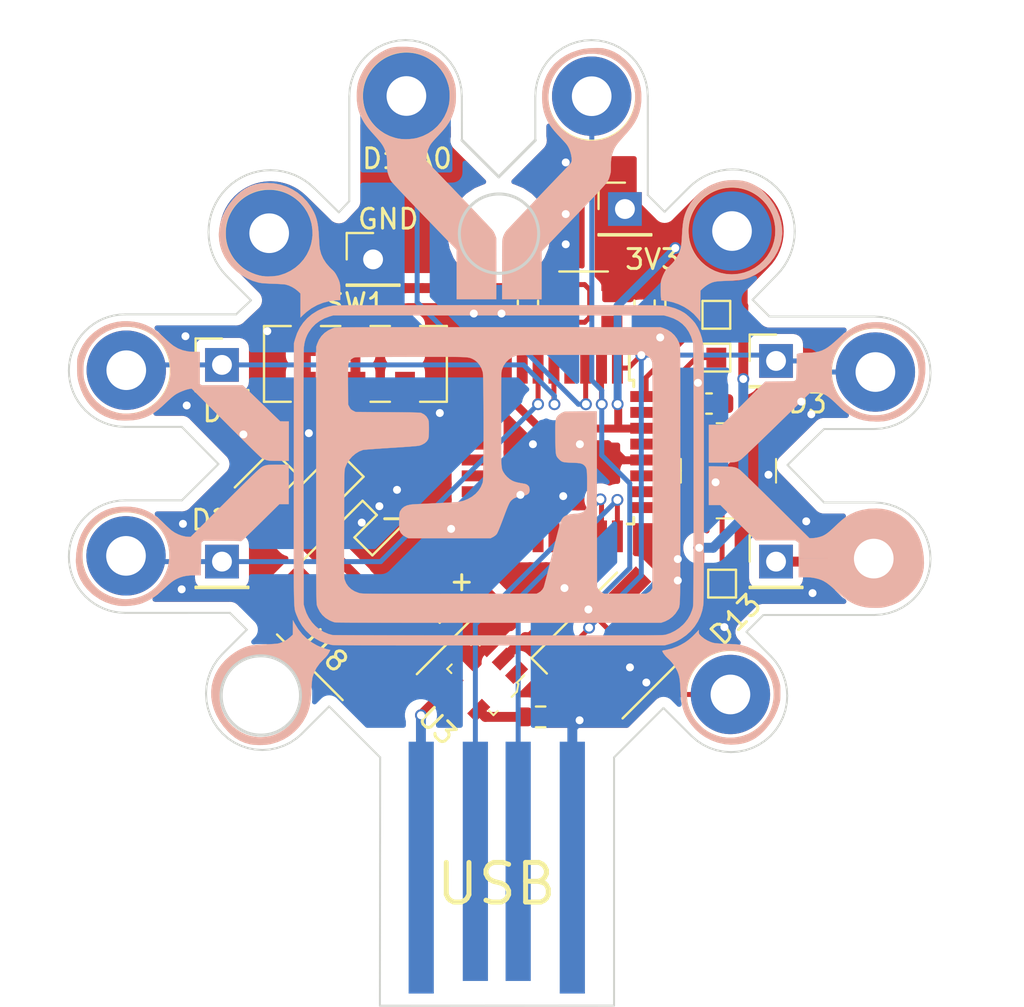
<source format=kicad_pcb>
(kicad_pcb (version 20171130) (host pcbnew "(5.1.6)-1")
  (layers (0 F.Cu signal) (31 B.Cu signal) (34 B.Paste user hide) (35 F.Paste user hide) (36 B.SilkS user) (37 F.SilkS user) (38 B.Mask user hide) (39 F.Mask user hide) (44 Edge.Cuts user))
  (net 0 "")
  (net 1 "Net-(J12-Pad1)")
  (net 2 +3V3)
  (net 3 GND)
  (net 4 +BATT)
  (net 5 VBUS)
  (net 6 "Net-(U1-Pad27)")
  (net 7 "Net-(U1-Pad25)")
  (net 8 "Net-(U1-Pad21)")
  (net 9 "Net-(U1-Pad20)")
  (net 10 "Net-(U1-Pad19)")
  (net 11 "Net-(U1-Pad18)")
  (net 12 "Net-(U1-Pad17)")
  (net 13 "Net-(U1-Pad16)")
  (net 14 "Net-(U1-Pad15)")
  (net 15 "Net-(U1-Pad14)")
  (net 16 "Net-(U1-Pad13)")
  (net 17 "Net-(U1-Pad12)")
  (net 18 "Net-(U1-Pad11)")
  (net 19 "Net-(U1-Pad8)")
  (net 20 "Net-(U1-Pad7)")
  (net 21 "Net-(U1-Pad4)")
  (net 22 /USB_DP)
  (net 23 /USB_DM)
  (net 24 "Net-(C1-Pad1)")
  (net 25 "Net-(D1-Pad1)")
  (net 26 /D4)
  (net 27 /D3)
  (net 28 /D1_A0)
  (net 29 /D2_SCL_RX)
  (net 30 /D0_SDA_TX)
  (net 31 /D13)
  (net 32 "Net-(C2-Pad2)")
  (net 33 "Net-(U2-Pad4)")
  (net 34 "Net-(D3-Pad6)")
  (net 35 "Net-(D3-Pad5)")
  (net 36 "Net-(U3-Pad1)")
  (net 37 "Net-(R1-Pad1)")
  (net 38 "Net-(S1-Pad3)")
  (net 39 "Net-(TP2-Pad1)")
  (net 40 "Net-(TP3-Pad1)")
  (net 41 "Net-(SW1-Pad3)")
  (net 42 "Net-(SW1-Pad6)")
  (module rs_m0:SOT-753 (layer F.Cu) (at 152.93 107.47 135)
    (fp_text reference U3 (at -0.025 -3.375 135) (layer F.SilkS))
    (fp_text value MCP73831T-2ACI_OT)
    (pad 1 smd rect (at -0.95 1.35 135) (size 0.6 1.05) (layers F.Cu F.Paste F.Mask) (net 36 "Net-(U3-Pad1)"))
    (pad 2 smd rect (at 0 1.35 135) (size 0.6 1.05) (layers F.Cu F.Paste F.Mask) (net 3 GND))
    (pad 3 smd rect (at 0.95 1.35 135) (size 0.6 1.05) (layers F.Cu F.Paste F.Mask) (net 4 +BATT))
    (pad 4 smd rect (at 0.95 -1.35 135) (size 0.6 1.05) (layers F.Cu F.Paste F.Mask) (net 5 VBUS))
    (pad 5 smd rect (at -0.95 -1.35 135) (size 0.6 1.05) (layers F.Cu F.Paste F.Mask) (net 37 "Net-(R1-Pad1)"))
  )
  (module rs_m0:Switch_Tactile_SMD_4.5x4.5mm_TL3315NF160Q (layer F.Cu) (at 165.24 97.02)
    (fp_text reference S1 hide)
    (fp_text value TL3315NF160Q)
    (pad 1 smd rect (at -2.475 -1.75) (size 0.2 1.1) (layers F.Cu F.Paste F.Mask) (net 3 GND))
    (pad 4 smd rect (at 2.475 1.75) (size 0.2 1.1) (layers F.Cu F.Paste F.Mask) (net 38 "Net-(S1-Pad3)"))
    (pad 3 smd rect (at -2.475 1.75) (size 0.2 1.1) (layers F.Cu F.Paste F.Mask) (net 38 "Net-(S1-Pad3)"))
    (pad 2 smd rect (at 2.475 -1.75) (size 0.2 1.1) (layers F.Cu F.Paste F.Mask) (net 3 GND))
    (pad 1 smd rect (at -2.125 -1.75) (size 0.5 0.7) (layers F.Cu F.Paste F.Mask) (net 3 GND))
    (pad 2 smd rect (at 2.125 -1.75) (size 0.5 0.7) (layers F.Cu F.Paste F.Mask) (net 3 GND))
    (pad 3 smd rect (at -2.125 1.75) (size 0.5 0.7) (layers F.Cu F.Paste F.Mask) (net 38 "Net-(S1-Pad3)"))
    (pad 4 smd rect (at 2.125 1.75) (size 0.5 0.7) (layers F.Cu F.Paste F.Mask) (net 38 "Net-(S1-Pad3)"))
  )
  (module "pcb necklace:red-rs-logo-full-legs" (layer F.Cu) (at 156.7815 94.869)
    (fp_text reference G*** hide)
    (fp_text value LOGO hide)
  )
  (module TestPoint:TestPoint_Pad_1.0x1.0mm (layer F.Cu) (at 164.63 89.154)
    (fp_text reference TP3 hide)
    (fp_text value TestPoint hide)
    (pad 1 smd rect (at 0 0) (size 1 1) (layers F.Cu F.Mask) (net 40 "Net-(TP3-Pad1)"))
  )
  (module TestPoint:TestPoint_Pad_1.0x1.0mm (layer F.Cu) (at 164.63 91.313)
    (fp_text reference TP2 hide)
    (fp_text value TestPoint hide)
    (pad 1 smd rect (at 0 0) (size 1 1) (layers F.Cu F.Mask) (net 39 "Net-(TP2-Pad1)"))
  )
  (module TestPoint:TestPoint_Pad_1.0x1.0mm (layer F.Cu) (at 164.92 102.71)
    (fp_text reference TP1 hide)
    (fp_text value TestPoint)
    (pad 1 smd rect (at 0 0) (size 1 1) (layers F.Cu F.Mask) (net 38 "Net-(S1-Pad3)"))
  )
  (module Resistor_SMD:R_0603_1608Metric (layer F.Cu) (at 155.77 109.43)
    (fp_text reference R1 hide)
    (fp_text value 10k)
    (pad 2 smd roundrect (at 0.825 0) (size 0.8 0.95) (layers F.Cu F.Paste F.Mask) (net 3 GND))
    (pad 1 smd roundrect (at -0.825 0) (size 0.8 0.95) (layers F.Cu F.Paste F.Mask) (net 37 "Net-(R1-Pad1)"))
  )
  (module Capacitor_SMD:C_0603_1608Metric (layer F.Cu) (at 154.78 104 225)
    (fp_text reference C5 hide)
    (fp_text value 10uF)
    (pad 2 smd roundrect (at 0.775 0 225) (size 0.9 0.95) (layers F.Cu F.Paste F.Mask) (net 4 +BATT))
    (pad 1 smd roundrect (at -0.775 0 225) (size 0.9 0.95) (layers F.Cu F.Paste F.Mask) (net 3 GND))
  )
  (module LED_SMD:LED_RGB_5050-6 (layer F.Cu) (at 159.76 105.83 45)
    (fp_text reference D3 hide)
    (fp_text value APA102)
    (pad 6 smd rect (at 2.4 -1.7 135) (size 1.1 2) (layers F.Cu F.Paste F.Mask) (net 34 "Net-(D3-Pad6)"))
    (pad 5 smd rect (at 2.4 0 135) (size 1.1 2) (layers F.Cu F.Paste F.Mask) (net 35 "Net-(D3-Pad5)"))
    (pad 4 smd rect (at 2.4 1.7 135) (size 1.1 2) (layers F.Cu F.Paste F.Mask) (net 2 +3V3))
    (pad 3 smd rect (at -2.4 1.7 135) (size 1.1 2) (layers F.Cu F.Paste F.Mask) (net 3 GND))
    (pad 2 smd rect (at -2.4 0 135) (size 1.1 2) (layers F.Cu F.Paste F.Mask) (net 26 /D4))
    (pad 1 smd rect (at -2.4 -1.7 135) (size 1.1 2) (layers F.Cu F.Paste F.Mask) (net 27 /D3))
  )
  (module Package_TO_SOT_SMD:SOT-23-5 (layer F.Cu) (at 158.26 88.58)
    (fp_text reference U2 hide)
    (fp_text value AP2112K-3.3)
    (pad 5 smd rect (at 1.1 -0.95) (size 1.06 0.65) (layers F.Cu F.Paste F.Mask) (net 2 +3V3))
    (pad 4 smd rect (at 1.1 0.95) (size 1.06 0.65) (layers F.Cu F.Paste F.Mask) (net 33 "Net-(U2-Pad4)"))
    (pad 3 smd rect (at -1.1 0.95) (size 1.06 0.65) (layers F.Cu F.Paste F.Mask) (net 32 "Net-(C2-Pad2)"))
    (pad 2 smd rect (at -1.1 0) (size 1.06 0.65) (layers F.Cu F.Paste F.Mask) (net 3 GND))
    (pad 1 smd rect (at -1.1 -0.95) (size 1.06 0.65) (layers F.Cu F.Paste F.Mask) (net 32 "Net-(C2-Pad2)"))
  )
  (module Button_Switch_SMD:SW_DPDT_CK_JS202011JCQN (layer F.Cu) (at 146.43 91.63)
    (fp_text reference SW1 (at 0 -3.05) (layer F.SilkS))
    (fp_text value SW_Push_DPDT)
    (pad 3 smd rect (at 2.5 -1.2) (size 1 1.6) (layers F.Cu F.Paste F.Mask) (net 41 "Net-(SW1-Pad3)"))
    (pad 2 smd rect (at 0 -1.2) (size 1 1.6) (layers F.Cu F.Paste F.Mask) (net 25 "Net-(D1-Pad1)"))
    (pad 1 smd rect (at -2.5 -1.2) (size 1 1.6) (layers F.Cu F.Paste F.Mask) (net 32 "Net-(C2-Pad2)"))
    (pad 6 smd rect (at 2.5 1.2) (size 1 1.6) (layers F.Cu F.Paste F.Mask) (net 42 "Net-(SW1-Pad6)"))
    (pad 5 smd rect (at 0 1.2) (size 1 1.6) (layers F.Cu F.Paste F.Mask) (net 25 "Net-(D1-Pad1)"))
    (pad 4 smd rect (at -2.5 1.2) (size 1 1.6) (layers F.Cu F.Paste F.Mask) (net 32 "Net-(C2-Pad2)"))
  )
  (module Capacitor_SMD:C_0603_1608Metric (layer F.Cu) (at 162.57 88.57 90)
    (fp_text reference C4 hide)
    (fp_text value 10uF)
    (pad 2 smd roundrect (at 0.775 0 90) (size 0.9 0.95) (layers F.Cu F.Paste F.Mask) (net 2 +3V3))
    (pad 1 smd roundrect (at -0.775 0 90) (size 0.9 0.95) (layers F.Cu F.Paste F.Mask) (net 3 GND))
  )
  (module Capacitor_SMD:C_0603_1608Metric (layer F.Cu) (at 161.01 88.57 90)
    (fp_text reference C3 hide)
    (fp_text value 1uF)
    (pad 2 smd roundrect (at 0.775 0 90) (size 0.9 0.95) (layers F.Cu F.Paste F.Mask) (net 2 +3V3))
    (pad 1 smd roundrect (at -0.775 0 90) (size 0.9 0.95) (layers F.Cu F.Paste F.Mask) (net 3 GND))
  )
  (module Capacitor_SMD:C_0603_1608Metric (layer F.Cu) (at 155.1305 88.5825 90)
    (fp_text reference C2 hide)
    (fp_text value 10uF)
    (pad 2 smd roundrect (at 0.775 0 90) (size 0.9 0.95) (layers F.Cu F.Paste F.Mask) (net 32 "Net-(C2-Pad2)"))
    (pad 1 smd roundrect (at -0.775 0 90) (size 0.9 0.95) (layers F.Cu F.Paste F.Mask) (net 3 GND))
  )
  (module Diode_SMD:D_0805_2012Metric (layer F.Cu) (at 141.732 97.83 225)
    (fp_text reference D2 hide)
    (fp_text value D_Schottky)
    (pad 2 smd roundrect (at 0.9375 0 225) (size 0.975 1.4) (layers F.Cu F.Paste F.Mask) (net 5 VBUS))
    (pad 1 smd roundrect (at -0.9375 0 225) (size 0.975 1.4) (layers F.Cu F.Paste F.Mask) (net 25 "Net-(D1-Pad1)"))
  )
  (module Diode_SMD:D_0805_2012Metric (layer F.Cu) (at 144.97 97.83 225)
    (fp_text reference D1 hide)
    (fp_text value D_Schottky)
    (pad 2 smd roundrect (at 0.9375 0 225) (size 0.975 1.4) (layers F.Cu F.Paste F.Mask) (net 4 +BATT))
    (pad 1 smd roundrect (at -0.9375 0 225) (size 0.975 1.4) (layers F.Cu F.Paste F.Mask) (net 25 "Net-(D1-Pad1)"))
  )
  (module Capacitor_SMD:C_0603_1608Metric (layer F.Cu) (at 164.26 93.63 180)
    (fp_text reference C1 hide)
    (fp_text value 1uF)
    (pad 2 smd roundrect (at 0.775 0 180) (size 0.9 0.95) (layers F.Cu F.Paste F.Mask) (net 3 GND))
    (pad 1 smd roundrect (at -0.775 0 180) (size 0.9 0.95) (layers F.Cu F.Paste F.Mask) (net 24 "Net-(C1-Pad1)"))
  )
  (module Package_QFP:TQFP-32_7x7mm_P0.8mm (layer F.Cu) (at 156.84 96.0755 270)
    (fp_text reference U1 hide)
    (fp_text value ATSAMD21E18A-A)
    (pad 32 smd rect (at -2.8 -4.25) (size 1.6 0.55) (layers F.Cu F.Paste F.Mask) (net 40 "Net-(TP3-Pad1)"))
    (pad 31 smd rect (at -2 -4.25) (size 1.6 0.55) (layers F.Cu F.Paste F.Mask) (net 39 "Net-(TP2-Pad1)"))
    (pad 30 smd rect (at -1.2 -4.25) (size 1.6 0.55) (layers F.Cu F.Paste F.Mask) (net 2 +3V3))
    (pad 29 smd rect (at -0.4 -4.25) (size 1.6 0.55) (layers F.Cu F.Paste F.Mask) (net 24 "Net-(C1-Pad1)"))
    (pad 28 smd rect (at 0.4 -4.25) (size 1.6 0.55) (layers F.Cu F.Paste F.Mask) (net 3 GND))
    (pad 27 smd rect (at 1.2 -4.25) (size 1.6 0.55) (layers F.Cu F.Paste F.Mask) (net 6 "Net-(U1-Pad27)"))
    (pad 26 smd rect (at 2 -4.25) (size 1.6 0.55) (layers F.Cu F.Paste F.Mask) (net 38 "Net-(S1-Pad3)"))
    (pad 25 smd rect (at 2.8 -4.25) (size 1.6 0.55) (layers F.Cu F.Paste F.Mask) (net 7 "Net-(U1-Pad25)"))
    (pad 24 smd rect (at 4.25 -2.8 270) (size 1.6 0.55) (layers F.Cu F.Paste F.Mask) (net 22 /USB_DP))
    (pad 23 smd rect (at 4.25 -2 270) (size 1.6 0.55) (layers F.Cu F.Paste F.Mask) (net 23 /USB_DM))
    (pad 22 smd rect (at 4.25 -1.2 270) (size 1.6 0.55) (layers F.Cu F.Paste F.Mask) (net 31 /D13))
    (pad 21 smd rect (at 4.25 -0.4 270) (size 1.6 0.55) (layers F.Cu F.Paste F.Mask) (net 8 "Net-(U1-Pad21)"))
    (pad 20 smd rect (at 4.25 0.4 270) (size 1.6 0.55) (layers F.Cu F.Paste F.Mask) (net 9 "Net-(U1-Pad20)"))
    (pad 19 smd rect (at 4.25 1.2 270) (size 1.6 0.55) (layers F.Cu F.Paste F.Mask) (net 10 "Net-(U1-Pad19)"))
    (pad 18 smd rect (at 4.25 2 270) (size 1.6 0.55) (layers F.Cu F.Paste F.Mask) (net 11 "Net-(U1-Pad18)"))
    (pad 17 smd rect (at 4.25 2.8 270) (size 1.6 0.55) (layers F.Cu F.Paste F.Mask) (net 12 "Net-(U1-Pad17)"))
    (pad 16 smd rect (at 2.8 4.25) (size 1.6 0.55) (layers F.Cu F.Paste F.Mask) (net 13 "Net-(U1-Pad16)"))
    (pad 15 smd rect (at 2 4.25) (size 1.6 0.55) (layers F.Cu F.Paste F.Mask) (net 14 "Net-(U1-Pad15)"))
    (pad 14 smd rect (at 1.2 4.25) (size 1.6 0.55) (layers F.Cu F.Paste F.Mask) (net 15 "Net-(U1-Pad14)"))
    (pad 13 smd rect (at 0.4 4.25) (size 1.6 0.55) (layers F.Cu F.Paste F.Mask) (net 16 "Net-(U1-Pad13)"))
    (pad 12 smd rect (at -0.4 4.25) (size 1.6 0.55) (layers F.Cu F.Paste F.Mask) (net 17 "Net-(U1-Pad12)"))
    (pad 11 smd rect (at -1.2 4.25) (size 1.6 0.55) (layers F.Cu F.Paste F.Mask) (net 18 "Net-(U1-Pad11)"))
    (pad 10 smd rect (at -2 4.25) (size 1.6 0.55) (layers F.Cu F.Paste F.Mask) (net 3 GND))
    (pad 9 smd rect (at -2.8 4.25) (size 1.6 0.55) (layers F.Cu F.Paste F.Mask) (net 2 +3V3))
    (pad 8 smd rect (at -4.25 2.8 270) (size 1.6 0.55) (layers F.Cu F.Paste F.Mask) (net 19 "Net-(U1-Pad8)"))
    (pad 7 smd rect (at -4.25 2 270) (size 1.6 0.55) (layers F.Cu F.Paste F.Mask) (net 20 "Net-(U1-Pad7)"))
    (pad 6 smd rect (at -4.25 1.2 270) (size 1.6 0.55) (layers F.Cu F.Paste F.Mask) (net 29 /D2_SCL_RX))
    (pad 5 smd rect (at -4.25 0.4 270) (size 1.6 0.55) (layers F.Cu F.Paste F.Mask) (net 30 /D0_SDA_TX))
    (pad 4 smd rect (at -4.25 -0.4 270) (size 1.6 0.55) (layers F.Cu F.Paste F.Mask) (net 21 "Net-(U1-Pad4)"))
    (pad 3 smd rect (at -4.25 -1.2 270) (size 1.6 0.55) (layers F.Cu F.Paste F.Mask) (net 28 /D1_A0))
    (pad 2 smd rect (at -4.25 -2 270) (size 1.6 0.55) (layers F.Cu F.Paste F.Mask) (net 26 /D4))
    (pad 1 smd rect (at -4.25 -2.8 270) (size 1.6 0.55) (layers F.Cu F.Paste F.Mask) (net 27 /D3))
  )
  (module Connector_JST:JST_PH_S2B-PH-SM4-TB_1x02-1MP_P2.00mm_Horizontal (layer F.Cu) (at 147.32 103.74 315)
    (fp_text reference J18 (at -0.16617 3.33613 135) (layer F.SilkS))
    (fp_text value JST_2MM_MALE)
    (pad MP smd roundrect (at 3.35 2.9 315) (size 1.5 3.4) (layers F.Cu F.Paste F.Mask) (roundrect_rratio 0.1666666666666667))
    (pad MP smd roundrect (at -3.35 2.9 315) (size 1.5 3.4) (layers F.Cu F.Paste F.Mask) (roundrect_rratio 0.1666666666666667))
    (pad 2 smd roundrect (at 1 -2.85 315) (size 1 3.5) (layers F.Cu F.Paste F.Mask) (net 4 +BATT))
    (pad 1 smd roundrect (at -1 -2.85 315) (size 1 3.5) (layers F.Cu F.Paste F.Mask) (net 3 GND))
  )
  (module TestPoint:TestPoint_THTPad_D4.0mm_Drill2.0mm (layer F.Cu) (at 142.08 85.04)
    (fp_text reference J9 hide)
    (fp_text value Conn_01x01_Female)
    (pad 1 thru_hole circle (at 0 0) (size 4 4) (drill 2) (layers *.Cu *.Mask) (net 3 GND))
  )
  (module TestPoint:TestPoint_THTPad_D4.0mm_Drill2.0mm (layer F.Cu) (at 134.874 91.948)
    (fp_text reference J8 hide)
    (fp_text value Conn_01x01_Female)
    (pad 1 thru_hole circle (at 0 0) (size 4 4) (drill 2) (layers *.Cu *.Mask) (net 30 /D0_SDA_TX))
  )
  (module TestPoint:TestPoint_THTPad_D4.0mm_Drill2.0mm (layer F.Cu) (at 134.86 101.31)
    (fp_text reference J7 hide)
    (fp_text value Conn_01x01_Female)
    (pad 1 thru_hole circle (at 0 0) (size 4 4) (drill 2) (layers *.Cu *.Mask) (net 29 /D2_SCL_RX))
  )
  (module TestPoint:TestPoint_THTPad_D4.0mm_Drill2.0mm (layer F.Cu) (at 165.34 108.3)
    (fp_text reference J5 hide)
    (fp_text value Conn_01x01_Female)
    (pad 1 thru_hole circle (at 0 0) (size 4 4) (drill 2) (layers *.Cu *.Mask) (net 31 /D13))
  )
  (module TestPoint:TestPoint_THTPad_D4.0mm_Drill2.0mm (layer F.Cu) (at 172.5676 101.4476)
    (fp_text reference J4 hide)
    (fp_text value Conn_01x01_Female)
    (pad 1 thru_hole circle (at 0 0) (size 4 4) (drill 2) (layers *.Cu *.Mask) (net 1 "Net-(J12-Pad1)"))
  )
  (module TestPoint:TestPoint_THTPad_D4.0mm_Drill2.0mm (layer F.Cu) (at 172.65 92.04)
    (fp_text reference J3 hide)
    (fp_text value Conn_01x01_Female)
    (pad 1 thru_hole circle (at 0 0) (size 4 4) (drill 2) (layers *.Cu *.Mask) (net 27 /D3))
  )
  (module TestPoint:TestPoint_THTPad_D4.0mm_Drill2.0mm (layer F.Cu) (at 165.42 84.93)
    (fp_text reference J2 hide)
    (fp_text value Conn_01x01_Female)
    (pad 1 thru_hole circle (at 0 0) (size 4 4) (drill 2) (layers *.Cu *.Mask) (net 2 +3V3))
  )
  (module TestPoint:TestPoint_THTPad_D4.0mm_Drill2.0mm (layer F.Cu) (at 158.3436 78.1304)
    (fp_text reference J1 hide)
    (fp_text value Conn_01x01_Female)
    (pad 1 thru_hole circle (at 0 0) (size 4 4) (drill 2) (layers *.Cu *.Mask) (net 26 /D4))
  )
  (module Connector_PinHeader_2.54mm:PinHeader_1x01_P2.54mm_Vertical (layer F.Cu) (at 147.32 86.36)
    (fp_text reference J16 hide)
    (fp_text value Conn_01x01_Female)
    (pad 1 thru_hole rect (at 0 0) (size 1.7 1.7) (drill 1) (layers *.Cu *.Mask) (net 3 GND))
  )
  (module Connector_PinHeader_2.54mm:PinHeader_1x01_P2.54mm_Vertical (layer F.Cu) (at 160.02 83.82)
    (fp_text reference J15 hide)
    (fp_text value Conn_01x01_Female)
    (pad 1 thru_hole rect (at 0 0) (size 1.7 1.7) (drill 1) (layers *.Cu *.Mask) (net 2 +3V3))
  )
  (module Connector_PinHeader_2.54mm:PinHeader_1x01_P2.54mm_Vertical (layer F.Cu) (at 139.7 91.68)
    (fp_text reference J14 hide)
    (fp_text value Conn_01x01_Female)
    (pad 1 thru_hole rect (at 0 0) (size 1.7 1.7) (drill 1) (layers *.Cu *.Mask) (net 30 /D0_SDA_TX))
  )
  (module Connector_PinHeader_2.54mm:PinHeader_1x01_P2.54mm_Vertical (layer F.Cu) (at 139.7 101.6)
    (fp_text reference J13 hide)
    (fp_text value Conn_01x01_Female)
    (pad 1 thru_hole rect (at 0 0) (size 1.7 1.7) (drill 1) (layers *.Cu *.Mask) (net 29 /D2_SCL_RX))
  )
  (module Connector_PinHeader_2.54mm:PinHeader_1x01_P2.54mm_Vertical (layer F.Cu) (at 167.64 101.6)
    (fp_text reference J12 hide)
    (fp_text value Conn_01x01_Female)
    (pad 1 thru_hole rect (at 0 0) (size 1.7 1.7) (drill 1) (layers *.Cu *.Mask) (net 1 "Net-(J12-Pad1)"))
  )
  (module Connector_PinHeader_2.54mm:PinHeader_1x01_P2.54mm_Vertical (layer F.Cu) (at 167.64 91.48)
    (fp_text reference J11 hide)
    (fp_text value Conn_01x01_Female)
    (pad 1 thru_hole rect (at 0 0) (size 1.7 1.7) (drill 1) (layers *.Cu *.Mask) (net 27 /D3))
  )
  (module TestPoint:TestPoint_THTPad_D4.0mm_Drill2.0mm (layer F.Cu) (at 149 78.12)
    (fp_text reference J10 hide)
    (fp_text value Conn_01x01_Female)
    (pad 1 thru_hole circle (at 0 0) (size 4 4) (drill 2) (layers *.Cu *.Mask) (net 28 /D1_A0))
  )
  (module "pcb necklace:usb" (layer B.Cu) (at 153.557175 117.032012)
    (fp_text reference USB (at -0.021213 0.823988) (layer F.SilkS) (effects (font (size 2 2) (thickness 0.25))))
    (fp_text value USB_A)
    (pad 4 smd rect (at 3.81 0) (size 1.27 12.7) (layers B.Cu B.Paste B.Mask) (net 3 GND))
    (pad 3 smd rect (at 1.0795 -0.3175) (size 1.27 12.065) (layers B.Cu B.Paste B.Mask) (net 22 /USB_DP))
    (pad 2 smd rect (at -1.0795 -0.3175) (size 1.27 12.065) (layers B.Cu B.Paste B.Mask) (net 23 /USB_DM))
    (pad 1 smd rect (at -3.81 0) (size 1.27 12.7) (layers B.Cu B.Paste B.Mask) (net 5 VBUS))
  )
  (gr_text - (at 148.2852 99.3648) (layer F.SilkS) (effects (font (size 1 1))))
  (gr_text + (at 151.7904 102.5652) (layer F.SilkS) (effects (font (size 1 1))))
  (gr_line (start 139.150628 85.878092) (end 139.07921 85.584642) (layer Edge.Cuts) (width 0.1))
  (gr_line (start 139.251037 83.810511) (end 139.37973 83.533326) (layer Edge.Cuts) (width 0.1))
  (gr_line (start 144.130074 82.568832) (end 144.359884 82.776014) (layer Edge.Cuts) (width 0.1))
  (gr_line (start 139.036077 85.286951) (end 139.021934 84.987137) (layer Edge.Cuts) (width 0.1))
  (gr_line (start 143.0581 81.996075) (end 143.345186 82.097899) (layer Edge.Cuts) (width 0.1))
  (gr_line (start 140.414228 82.385691) (end 140.675857 82.228714) (layer Edge.Cuts) (width 0.1))
  (gr_line (start 140.675857 82.228714) (end 140.951629 82.098606) (layer Edge.Cuts) (width 0.1))
  (gr_line (start 139.37973 83.533326) (end 139.537415 83.266746) (layer Edge.Cuts) (width 0.1))
  (gr_line (start 141.536406 81.921122) (end 141.839755 81.87516) (layer Edge.Cuts) (width 0.1))
  (gr_line (start 143.883294 82.385691) (end 144.130074 82.568832) (layer Edge.Cuts) (width 0.1))
  (gr_line (start 139.07921 84.389632) (end 139.150628 84.097597) (layer Edge.Cuts) (width 0.1))
  (gr_line (start 142.148761 81.860311) (end 142.457766 81.87516) (layer Edge.Cuts) (width 0.1))
  (gr_line (start 143.345186 82.097899) (end 143.621664 82.228714) (layer Edge.Cuts) (width 0.1))
  (gr_line (start 139.722677 83.013602) (end 139.937638 82.776014) (layer Edge.Cuts) (width 0.1))
  (gr_line (start 139.537415 83.266746) (end 139.722677 83.013602) (layer Edge.Cuts) (width 0.1))
  (gr_line (start 140.951629 82.098606) (end 141.239421 81.996075) (layer Edge.Cuts) (width 0.1))
  (gr_line (start 139.036077 84.687324) (end 139.07921 84.389632) (layer Edge.Cuts) (width 0.1))
  (gr_line (start 140.16674 82.568124) (end 140.414228 82.385691) (layer Edge.Cuts) (width 0.1))
  (gr_line (start 139.150628 84.097597) (end 139.251037 83.810511) (layer Edge.Cuts) (width 0.1))
  (gr_line (start 139.937638 82.776014) (end 140.16674 82.568124) (layer Edge.Cuts) (width 0.1))
  (gr_line (start 142.761115 81.921122) (end 143.0581 81.996075) (layer Edge.Cuts) (width 0.1))
  (gr_line (start 142.457766 81.87516) (end 142.761115 81.921122) (layer Edge.Cuts) (width 0.1))
  (gr_line (start 139.021934 84.987137) (end 139.036077 84.687324) (layer Edge.Cuts) (width 0.1))
  (gr_line (start 139.07921 85.584642) (end 139.036077 85.286951) (layer Edge.Cuts) (width 0.1))
  (gr_line (start 143.621664 82.228714) (end 143.883294 82.385691) (layer Edge.Cuts) (width 0.1))
  (gr_line (start 141.839755 81.87516) (end 142.148761 81.860311) (layer Edge.Cuts) (width 0.1))
  (gr_line (start 141.239421 81.996075) (end 141.536406 81.921122) (layer Edge.Cuts) (width 0.1))
  (gr_line (start 139.251037 86.163763) (end 139.150628 85.878092) (layer Edge.Cuts) (width 0.1))
  (gr_line (start 139.379729 86.440949) (end 139.251037 86.163763) (layer Edge.Cuts) (width 0.1))
  (gr_line (start 139.722677 86.960672) (end 139.537415 86.707527) (layer Edge.Cuts) (width 0.1))
  (gr_line (start 139.537415 86.707527) (end 139.379729 86.440949) (layer Edge.Cuts) (width 0.1))
  (gr_line (start 139.937638 87.19826) (end 139.722677 86.960672) (layer Edge.Cuts) (width 0.1))
  (gr_line (start 140.411848 89.131911) (end 141.162347 88.422969) (layer Edge.Cuts) (width 0.1))
  (gr_line (start 146.120321 83.423438) (end 145.593078 83.985167) (layer Edge.Cuts) (width 0.1))
  (gr_line (start 141.162347 88.422969) (end 139.937638 87.19826) (layer Edge.Cuts) (width 0.1))
  (gr_line (start 145.593078 83.985167) (end 144.359884 82.776014) (layer Edge.Cuts) (width 0.1))
  (gr_text D13 (at 165.608 104.521 45) (layer F.SilkS) (effects (font (size 1 1))))
  (gr_text D3 (at 169.2275 93.599) (layer F.SilkS) (effects (font (size 1 1))))
  (gr_text D2 (at 139.1285 99.5045) (layer F.SilkS) (effects (font (size 1 1))))
  (gr_text D0 (at 139.7 94.0435) (layer F.SilkS) (effects (font (size 1 1))))
  (gr_text GND (at 148.082 84.328) (layer F.SilkS) (effects (font (size 1 1))))
  (gr_text D4 (at 158.3055 81.153) (layer F.SilkS) (effects (font (size 1 1))))
  (gr_text "D1 A0" (at 149.0345 81.28) (layer F.SilkS) (effects (font (size 1 1))))
  (gr_text 3V3 (at 161.417 86.36) (layer F.SilkS) (effects (font (size 1 1))))
  (gr_circle (center 141.660001 108.35) (end 143.074214 106.935786) (layer Edge.Cuts) (width 0.15))
  (gr_line (start 170.06 98.618456) (end 168.22 96.73) (layer Edge.Cuts) (width 0.1))
  (gr_line (start 170.06 94.913924) (end 168.22 96.73) (layer Edge.Cuts) (width 0.1))
  (gr_line (start 137.675 94.804816) (end 139.52 96.68) (layer Edge.Cuts) (width 0.1))
  (gr_line (start 137.675 98.510339) (end 139.52 96.68) (layer Edge.Cuts) (width 0.1))
  (gr_line (start 172.592985 98.618456) (end 170.06 98.618456) (layer Edge.Cuts) (width 0.1))
  (gr_line (start 137.675 94.804816) (end 134.815593 94.805029) (layer Edge.Cuts) (width 0.1))
  (gr_line (start 155.5 80.35) (end 153.655854 82.2) (layer Edge.Cuts) (width 0.15))
  (gr_line (start 151.8 80.35) (end 153.655854 82.2) (layer Edge.Cuts) (width 0.15))
  (gr_circle (center 153.67 85.06) (end 155.084213 83.645786) (layer Edge.Cuts) (width 0.15))
  (gr_line (start 143.737795 110.26903) (end 145.105552 108.901274) (layer Edge.Cuts) (width 0.1))
  (gr_line (start 145.105552 108.901274) (end 147.466581 111.262303) (layer Edge.Cuts) (width 0.1))
  (gr_line (start 147.466581 111.262303) (end 147.677299 111.473021) (layer Edge.Cuts) (width 0.1))
  (gr_line (start 147.677299 111.473021) (end 147.663581 123.993761) (layer Edge.Cuts) (width 0.1))
  (gr_line (start 147.663581 123.993761) (end 159.472194 123.988457) (layer Edge.Cuts) (width 0.1))
  (gr_line (start 159.472194 123.988457) (end 159.471982 111.472879) (layer Edge.Cuts) (width 0.1))
  (gr_line (start 159.471982 111.472879) (end 159.769532 111.175329) (layer Edge.Cuts) (width 0.1))
  (gr_line (start 159.769532 111.175329) (end 161.734653 109.210208) (layer Edge.Cuts) (width 0.1))
  (gr_line (start 161.734653 109.210208) (end 161.964463 108.980399) (layer Edge.Cuts) (width 0.1))
  (gr_line (start 161.964463 108.980399) (end 163.361706 110.377642) (layer Edge.Cuts) (width 0.1))
  (gr_line (start 172.593692 89.240806) (end 167.307361 89.240806) (layer Edge.Cuts) (width 0.1))
  (gr_line (start 167.307361 89.240806) (end 166.458833 88.392278) (layer Edge.Cuts) (width 0.1))
  (gr_line (start 166.458833 88.392278) (end 167.667986 87.159084) (layer Edge.Cuts) (width 0.1))
  (gr_line (start 161.17321 78.137815) (end 161.172503 83.113019) (layer Edge.Cuts) (width 0.1))
  (gr_line (start 161.172503 83.113019) (end 162.021031 83.961547) (layer Edge.Cuts) (width 0.1))
  (gr_line (start 162.021031 83.961547) (end 163.24574 82.736838) (layer Edge.Cuts) (width 0.1))
  (gr_line (start 134.8163 104.184306) (end 140.101569 104.183952) (layer Edge.Cuts) (width 0.1))
  (gr_line (start 140.101569 104.183952) (end 140.950098 105.03248) (layer Edge.Cuts) (width 0.1))
  (gr_line (start 140.950098 105.03248) (end 139.725671 106.256906) (layer Edge.Cuts) (width 0.1))
  (gr_line (start 172.592278 104.292988) (end 166.997649 104.292281) (layer Edge.Cuts) (width 0.1))
  (gr_line (start 166.997649 104.292281) (end 166.14912 105.140809) (layer Edge.Cuts) (width 0.1))
  (gr_line (start 166.14912 105.140809) (end 167.373829 106.365518) (layer Edge.Cuts) (width 0.1))
  (gr_line (start 172.592985 94.913924) (end 170.06 94.913924) (layer Edge.Cuts) (width 0.1))
  (gr_line (start 151.794146 78.137108) (end 151.8 80.35) (layer Edge.Cuts) (width 0.1))
  (gr_line (start 155.499385 78.137815) (end 155.5 80.35) (layer Edge.Cuts) (width 0.1))
  (gr_line (start 146.121028 78.137815) (end 146.120321 83.423438) (layer Edge.Cuts) (width 0.1))
  (gr_line (start 134.815876 89.132336) (end 140.411848 89.131911) (layer Edge.Cuts) (width 0.1))
  (gr_line (start 134.816229 98.510552) (end 137.675 98.510339) (layer Edge.Cuts) (width 0.1))
  (gr_line (start 172.593692 89.240806) (end 172.969165 89.265555) (layer Edge.Cuts) (width 0.1))
  (gr_line (start 172.969165 89.265555) (end 173.333325 89.338387) (layer Edge.Cuts) (width 0.1))
  (gr_line (start 173.333325 89.338387) (end 173.681929 89.457888) (layer Edge.Cuts) (width 0.1))
  (gr_line (start 173.681929 89.457888) (end 174.011441 89.620522) (layer Edge.Cuts) (width 0.1))
  (gr_line (start 174.011441 89.620522) (end 174.316911 89.824169) (layer Edge.Cuts) (width 0.1))
  (gr_line (start 174.316911 89.824169) (end 174.594804 90.066707) (layer Edge.Cuts) (width 0.1))
  (gr_line (start 174.594804 90.066707) (end 174.84017 90.346014) (layer Edge.Cuts) (width 0.1))
  (gr_line (start 174.84017 90.346014) (end 175.050181 90.659262) (layer Edge.Cuts) (width 0.1))
  (gr_line (start 175.050181 90.659262) (end 175.216351 90.996552) (layer Edge.Cuts) (width 0.1))
  (gr_line (start 175.216351 90.996552) (end 175.335145 91.348691) (layer Edge.Cuts) (width 0.1))
  (gr_line (start 175.335145 91.348691) (end 175.405855 91.71073) (layer Edge.Cuts) (width 0.1))
  (gr_line (start 175.405855 91.71073) (end 175.429897 92.077011) (layer Edge.Cuts) (width 0.1))
  (gr_line (start 175.429897 92.077011) (end 175.406562 92.444) (layer Edge.Cuts) (width 0.1))
  (gr_line (start 175.406562 92.444) (end 175.335145 92.805331) (layer Edge.Cuts) (width 0.1))
  (gr_line (start 175.335145 92.805331) (end 175.216351 93.15747) (layer Edge.Cuts) (width 0.1))
  (gr_line (start 175.216351 93.15747) (end 175.050181 93.496174) (layer Edge.Cuts) (width 0.1))
  (gr_line (start 175.050181 93.496174) (end 174.840877 93.808716) (layer Edge.Cuts) (width 0.1))
  (gr_line (start 174.840877 93.808716) (end 174.594804 94.087316) (layer Edge.Cuts) (width 0.1))
  (gr_line (start 174.594804 94.087316) (end 174.317618 94.33056) (layer Edge.Cuts) (width 0.1))
  (gr_line (start 174.317618 94.33056) (end 174.012148 94.534207) (layer Edge.Cuts) (width 0.1))
  (gr_line (start 174.012148 94.534207) (end 173.682636 94.696842) (layer Edge.Cuts) (width 0.1))
  (gr_line (start 173.682636 94.696842) (end 173.333325 94.815636) (layer Edge.Cuts) (width 0.1))
  (gr_line (start 173.333325 94.815636) (end 172.968458 94.889175) (layer Edge.Cuts) (width 0.1))
  (gr_line (start 172.968458 94.889175) (end 172.592985 94.913924) (layer Edge.Cuts) (width 0.1))
  (gr_line (start 155.499385 78.137815) (end 155.524134 77.762342) (layer Edge.Cuts) (width 0.1))
  (gr_line (start 155.524134 77.762342) (end 155.597673 77.397475) (layer Edge.Cuts) (width 0.1))
  (gr_line (start 155.597673 77.397475) (end 155.716467 77.048164) (layer Edge.Cuts) (width 0.1))
  (gr_line (start 155.716467 77.048164) (end 155.879809 76.719359) (layer Edge.Cuts) (width 0.1))
  (gr_line (start 155.879809 76.719359) (end 156.083455 76.413889) (layer Edge.Cuts) (width 0.1))
  (gr_line (start 156.083455 76.413889) (end 156.325993 76.135996) (layer Edge.Cuts) (width 0.1))
  (gr_line (start 156.325993 76.135996) (end 156.604593 75.889923) (layer Edge.Cuts) (width 0.1))
  (gr_line (start 156.604593 75.889923) (end 156.917841 75.681326) (layer Edge.Cuts) (width 0.1))
  (gr_line (start 156.917841 75.681326) (end 157.255838 75.514449) (layer Edge.Cuts) (width 0.1))
  (gr_line (start 157.255838 75.514449) (end 157.607978 75.395655) (layer Edge.Cuts) (width 0.1))
  (gr_line (start 157.607978 75.395655) (end 157.969309 75.324237) (layer Edge.Cuts) (width 0.1))
  (gr_line (start 157.969309 75.324237) (end 158.336298 75.300903) (layer Edge.Cuts) (width 0.1))
  (gr_line (start 158.336298 75.300903) (end 158.702579 75.324945) (layer Edge.Cuts) (width 0.1))
  (gr_line (start 158.702579 75.324945) (end 159.064618 75.395655) (layer Edge.Cuts) (width 0.1))
  (gr_line (start 159.064618 75.395655) (end 159.416757 75.514449) (layer Edge.Cuts) (width 0.1))
  (gr_line (start 159.416757 75.514449) (end 159.754754 75.681326) (layer Edge.Cuts) (width 0.1))
  (gr_line (start 159.754754 75.681326) (end 160.067295 75.89063) (layer Edge.Cuts) (width 0.1))
  (gr_line (start 160.067295 75.89063) (end 160.346602 76.135996) (layer Edge.Cuts) (width 0.1))
  (gr_line (start 160.346602 76.135996) (end 160.58914 76.413889) (layer Edge.Cuts) (width 0.1))
  (gr_line (start 160.58914 76.413889) (end 160.792787 76.719359) (layer Edge.Cuts) (width 0.1))
  (gr_line (start 160.792787 76.719359) (end 160.955421 77.048871) (layer Edge.Cuts) (width 0.1))
  (gr_line (start 160.955421 77.048871) (end 161.074922 77.397475) (layer Edge.Cuts) (width 0.1))
  (gr_line (start 161.074922 77.397475) (end 161.147754 77.761635) (layer Edge.Cuts) (width 0.1))
  (gr_line (start 161.147754 77.761635) (end 161.17321 78.137815) (layer Edge.Cuts) (width 0.1))
  (gr_line (start 163.24574 82.736838) (end 163.483328 82.521877) (layer Edge.Cuts) (width 0.1))
  (gr_line (start 163.483328 82.521877) (end 163.736472 82.336615) (layer Edge.Cuts) (width 0.1))
  (gr_line (start 163.736472 82.336615) (end 164.003051 82.17893) (layer Edge.Cuts) (width 0.1))
  (gr_line (start 164.003051 82.17893) (end 164.280237 82.050237) (layer Edge.Cuts) (width 0.1))
  (gr_line (start 164.280237 82.050237) (end 164.565908 81.949828) (layer Edge.Cuts) (width 0.1))
  (gr_line (start 164.565908 81.949828) (end 164.859358 81.87841) (layer Edge.Cuts) (width 0.1))
  (gr_line (start 164.859358 81.87841) (end 165.15705 81.835277) (layer Edge.Cuts) (width 0.1))
  (gr_line (start 165.15705 81.835277) (end 165.456863 81.821134) (layer Edge.Cuts) (width 0.1))
  (gr_line (start 165.456863 81.821134) (end 165.756676 81.835277) (layer Edge.Cuts) (width 0.1))
  (gr_line (start 165.756676 81.835277) (end 166.054368 81.87841) (layer Edge.Cuts) (width 0.1))
  (gr_line (start 166.054368 81.87841) (end 166.346403 81.949828) (layer Edge.Cuts) (width 0.1))
  (gr_line (start 166.346403 81.949828) (end 166.633489 82.050237) (layer Edge.Cuts) (width 0.1))
  (gr_line (start 166.633489 82.050237) (end 166.910674 82.17893) (layer Edge.Cuts) (width 0.1))
  (gr_line (start 166.910674 82.17893) (end 167.177254 82.336615) (layer Edge.Cuts) (width 0.1))
  (gr_line (start 167.177254 82.336615) (end 167.430398 82.521877) (layer Edge.Cuts) (width 0.1))
  (gr_line (start 167.430398 82.521877) (end 167.667986 82.736838) (layer Edge.Cuts) (width 0.1))
  (gr_line (start 167.667986 82.736838) (end 167.875875 82.96594) (layer Edge.Cuts) (width 0.1))
  (gr_line (start 167.875875 82.96594) (end 168.058309 83.213428) (layer Edge.Cuts) (width 0.1))
  (gr_line (start 168.058309 83.213428) (end 168.215286 83.475057) (layer Edge.Cuts) (width 0.1))
  (gr_line (start 168.215286 83.475057) (end 168.345394 83.750829) (layer Edge.Cuts) (width 0.1))
  (gr_line (start 168.345394 83.750829) (end 168.447925 84.038621) (layer Edge.Cuts) (width 0.1))
  (gr_line (start 168.447925 84.038621) (end 168.522878 84.335606) (layer Edge.Cuts) (width 0.1))
  (gr_line (start 168.522878 84.335606) (end 168.56884 84.638955) (layer Edge.Cuts) (width 0.1))
  (gr_line (start 168.56884 84.638955) (end 168.583689 84.947961) (layer Edge.Cuts) (width 0.1))
  (gr_line (start 168.583689 84.947961) (end 168.56884 85.256966) (layer Edge.Cuts) (width 0.1))
  (gr_line (start 168.56884 85.256966) (end 168.522878 85.560315) (layer Edge.Cuts) (width 0.1))
  (gr_line (start 168.522878 85.560315) (end 168.447925 85.8573) (layer Edge.Cuts) (width 0.1))
  (gr_line (start 168.447925 85.8573) (end 168.346101 86.144385) (layer Edge.Cuts) (width 0.1))
  (gr_line (start 168.346101 86.144385) (end 168.215286 86.420864) (layer Edge.Cuts) (width 0.1))
  (gr_line (start 168.215286 86.420864) (end 168.058309 86.682494) (layer Edge.Cuts) (width 0.1))
  (gr_line (start 168.058309 86.682494) (end 167.875168 86.929274) (layer Edge.Cuts) (width 0.1))
  (gr_line (start 167.875168 86.929274) (end 167.667986 87.159084) (layer Edge.Cuts) (width 0.1))
  (gr_line (start 146.121028 78.137815) (end 146.146484 77.761634) (layer Edge.Cuts) (width 0.1))
  (gr_line (start 146.146484 77.761634) (end 146.219316 77.397474) (layer Edge.Cuts) (width 0.1))
  (gr_line (start 146.219316 77.397474) (end 146.33811 77.048164) (layer Edge.Cuts) (width 0.1))
  (gr_line (start 146.33811 77.048164) (end 146.500744 76.718652) (layer Edge.Cuts) (width 0.1))
  (gr_line (start 146.500744 76.718652) (end 146.704391 76.413182) (layer Edge.Cuts) (width 0.1))
  (gr_line (start 146.704391 76.413182) (end 146.947636 76.135996) (layer Edge.Cuts) (width 0.1))
  (gr_line (start 146.947636 76.135996) (end 147.226236 75.889923) (layer Edge.Cuts) (width 0.1))
  (gr_line (start 147.226236 75.889923) (end 147.538777 75.680619) (layer Edge.Cuts) (width 0.1))
  (gr_line (start 147.538777 75.680619) (end 147.877481 75.514449) (layer Edge.Cuts) (width 0.1))
  (gr_line (start 147.877481 75.514449) (end 148.22962 75.395655) (layer Edge.Cuts) (width 0.1))
  (gr_line (start 148.22962 75.395655) (end 148.590952 75.324237) (layer Edge.Cuts) (width 0.1))
  (gr_line (start 148.590952 75.324237) (end 148.95794 75.300903) (layer Edge.Cuts) (width 0.1))
  (gr_line (start 148.95794 75.300903) (end 149.324222 75.324944) (layer Edge.Cuts) (width 0.1))
  (gr_line (start 149.324222 75.324944) (end 149.68626 75.395655) (layer Edge.Cuts) (width 0.1))
  (gr_line (start 149.68626 75.395655) (end 150.0384 75.514449) (layer Edge.Cuts) (width 0.1))
  (gr_line (start 150.0384 75.514449) (end 150.37569 75.680619) (layer Edge.Cuts) (width 0.1))
  (gr_line (start 150.37569 75.680619) (end 150.688938 75.89063) (layer Edge.Cuts) (width 0.1))
  (gr_line (start 150.688938 75.89063) (end 150.968245 76.135996) (layer Edge.Cuts) (width 0.1))
  (gr_line (start 150.968245 76.135996) (end 151.210783 76.413889) (layer Edge.Cuts) (width 0.1))
  (gr_line (start 151.210783 76.413889) (end 151.414429 76.719359) (layer Edge.Cuts) (width 0.1))
  (gr_line (start 151.414429 76.719359) (end 151.577771 77.048164) (layer Edge.Cuts) (width 0.1))
  (gr_line (start 151.577771 77.048164) (end 151.696565 77.397474) (layer Edge.Cuts) (width 0.1))
  (gr_line (start 151.696565 77.397474) (end 151.769397 77.761634) (layer Edge.Cuts) (width 0.1))
  (gr_line (start 151.769397 77.761634) (end 151.794146 78.137108) (layer Edge.Cuts) (width 0.1))
  (gr_line (start 134.815593 94.805029) (end 134.535225 94.791241) (layer Edge.Cuts) (width 0.1))
  (gr_line (start 134.535225 94.791241) (end 134.259595 94.750087) (layer Edge.Cuts) (width 0.1))
  (gr_line (start 134.259595 94.750087) (end 133.990611 94.682488) (layer Edge.Cuts) (width 0.1))
  (gr_line (start 133.990611 94.682488) (end 133.730184 94.589362) (layer Edge.Cuts) (width 0.1))
  (gr_line (start 133.730184 94.589362) (end 133.480363 94.471487) (layer Edge.Cuts) (width 0.1))
  (gr_line (start 133.480363 94.471487) (end 133.242351 94.329076) (layer Edge.Cuts) (width 0.1))
  (gr_line (start 133.242351 94.329076) (end 133.018127 94.162976) (layer Edge.Cuts) (width 0.1))
  (gr_line (start 133.018127 94.162976) (end 132.810309 93.974815) (layer Edge.Cuts) (width 0.1))
  (gr_line (start 132.810309 93.974815) (end 132.62144 93.766289) (layer Edge.Cuts) (width 0.1))
  (gr_line (start 132.62144 93.766289) (end 132.456048 93.542773) (layer Edge.Cuts) (width 0.1))
  (gr_line (start 132.456048 93.542773) (end 132.31293 93.304054) (layer Edge.Cuts) (width 0.1))
  (gr_line (start 132.31293 93.304054) (end 132.195055 93.054233) (layer Edge.Cuts) (width 0.1))
  (gr_line (start 132.195055 93.054233) (end 132.101929 92.793805) (layer Edge.Cuts) (width 0.1))
  (gr_line (start 132.101929 92.793805) (end 132.03433 92.524822) (layer Edge.Cuts) (width 0.1))
  (gr_line (start 132.03433 92.524822) (end 131.993176 92.249192) (layer Edge.Cuts) (width 0.1))
  (gr_line (start 131.993176 92.249192) (end 131.979387 91.968824) (layer Edge.Cuts) (width 0.1))
  (gr_line (start 131.979387 91.968824) (end 131.993812 91.678627) (layer Edge.Cuts) (width 0.1))
  (gr_line (start 131.993812 91.678627) (end 132.036663 91.396774) (layer Edge.Cuts) (width 0.1))
  (gr_line (start 132.036663 91.396774) (end 132.106454 91.12475) (layer Edge.Cuts) (width 0.1))
  (gr_line (start 132.106454 91.12475) (end 132.201702 90.86404) (layer Edge.Cuts) (width 0.1))
  (gr_line (start 132.201702 90.86404) (end 132.321768 90.616694) (layer Edge.Cuts) (width 0.1))
  (gr_line (start 132.321768 90.616694) (end 132.463826 90.382713) (layer Edge.Cuts) (width 0.1))
  (gr_line (start 132.463826 90.382713) (end 132.627097 90.164287) (layer Edge.Cuts) (width 0.1))
  (gr_line (start 132.627097 90.164287) (end 132.810167 89.962833) (layer Edge.Cuts) (width 0.1))
  (gr_line (start 132.810167 89.962833) (end 133.011622 89.779763) (layer Edge.Cuts) (width 0.1))
  (gr_line (start 133.011622 89.779763) (end 133.230047 89.616492) (layer Edge.Cuts) (width 0.1))
  (gr_line (start 133.230047 89.616492) (end 133.464029 89.474434) (layer Edge.Cuts) (width 0.1))
  (gr_line (start 133.464029 89.474434) (end 133.711375 89.354367) (layer Edge.Cuts) (width 0.1))
  (gr_line (start 133.711375 89.354367) (end 133.972156 89.259049) (layer Edge.Cuts) (width 0.1))
  (gr_line (start 133.972156 89.259049) (end 134.244109 89.189329) (layer Edge.Cuts) (width 0.1))
  (gr_line (start 134.244109 89.189329) (end 134.525962 89.146478) (layer Edge.Cuts) (width 0.1))
  (gr_line (start 134.525962 89.146478) (end 134.816229 89.131982) (layer Edge.Cuts) (width 0.1))
  (gr_line (start 172.592985 98.618456) (end 172.968459 98.643205) (layer Edge.Cuts) (width 0.1))
  (gr_line (start 172.968459 98.643205) (end 173.333326 98.716744) (layer Edge.Cuts) (width 0.1))
  (gr_line (start 173.333326 98.716744) (end 173.681929 98.836245) (layer Edge.Cuts) (width 0.1))
  (gr_line (start 173.681929 98.836245) (end 174.010734 98.998172) (layer Edge.Cuts) (width 0.1))
  (gr_line (start 174.010734 98.998172) (end 174.316911 99.202526) (layer Edge.Cuts) (width 0.1))
  (gr_line (start 174.316911 99.202526) (end 174.594804 99.445064) (layer Edge.Cuts) (width 0.1))
  (gr_line (start 174.594804 99.445064) (end 174.839463 99.723664) (layer Edge.Cuts) (width 0.1))
  (gr_line (start 174.839463 99.723664) (end 175.049474 100.036912) (layer Edge.Cuts) (width 0.1))
  (gr_line (start 175.049474 100.036912) (end 175.214937 100.374909) (layer Edge.Cuts) (width 0.1))
  (gr_line (start 175.214937 100.374909) (end 175.333731 100.727048) (layer Edge.Cuts) (width 0.1))
  (gr_line (start 175.333731 100.727048) (end 175.405856 101.089087) (layer Edge.Cuts) (width 0.1))
  (gr_line (start 175.405856 101.089087) (end 175.429897 101.455368) (layer Edge.Cuts) (width 0.1))
  (gr_line (start 175.429897 101.455368) (end 175.405856 101.82165) (layer Edge.Cuts) (width 0.1))
  (gr_line (start 175.405856 101.82165) (end 175.333731 102.183688) (layer Edge.Cuts) (width 0.1))
  (gr_line (start 175.333731 102.183688) (end 175.214937 102.535828) (layer Edge.Cuts) (width 0.1))
  (gr_line (start 175.214937 102.535828) (end 175.049474 102.873825) (layer Edge.Cuts) (width 0.1))
  (gr_line (start 175.049474 102.873825) (end 174.839463 103.187073) (layer Edge.Cuts) (width 0.1))
  (gr_line (start 174.839463 103.187073) (end 174.594097 103.46638) (layer Edge.Cuts) (width 0.1))
  (gr_line (start 174.594097 103.46638) (end 174.316911 103.708211) (layer Edge.Cuts) (width 0.1))
  (gr_line (start 174.316911 103.708211) (end 174.010734 103.912564) (layer Edge.Cuts) (width 0.1))
  (gr_line (start 174.010734 103.912564) (end 173.681222 104.075199) (layer Edge.Cuts) (width 0.1))
  (gr_line (start 173.681222 104.075199) (end 173.332619 104.1947) (layer Edge.Cuts) (width 0.1))
  (gr_line (start 173.332619 104.1947) (end 172.968459 104.267532) (layer Edge.Cuts) (width 0.1))
  (gr_line (start 172.968459 104.267532) (end 172.592985 104.292281) (layer Edge.Cuts) (width 0.1))
  (gr_line (start 167.373829 106.365518) (end 167.621317 106.648361) (layer Edge.Cuts) (width 0.1))
  (gr_line (start 167.621317 106.648361) (end 167.827792 106.958073) (layer Edge.Cuts) (width 0.1))
  (gr_line (start 167.827792 106.958073) (end 167.990427 107.288999) (layer Edge.Cuts) (width 0.1))
  (gr_line (start 167.990427 107.288999) (end 168.107806 107.636896) (layer Edge.Cuts) (width 0.1))
  (gr_line (start 168.107806 107.636896) (end 168.179931 107.99752) (layer Edge.Cuts) (width 0.1))
  (gr_line (start 168.179931 107.99752) (end 168.20468 108.364509) (layer Edge.Cuts) (width 0.1))
  (gr_line (start 168.20468 108.364509) (end 168.181345 108.73574) (layer Edge.Cuts) (width 0.1))
  (gr_line (start 168.181345 108.73574) (end 168.107806 109.10485) (layer Edge.Cuts) (width 0.1))
  (gr_line (start 168.107806 109.10485) (end 167.986891 109.461938) (layer Edge.Cuts) (width 0.1))
  (gr_line (start 167.986891 109.461938) (end 167.821428 109.794279) (layer Edge.Cuts) (width 0.1))
  (gr_line (start 167.821428 109.794279) (end 167.616367 110.101163) (layer Edge.Cuts) (width 0.1))
  (gr_line (start 167.616367 110.101163) (end 167.373122 110.376935) (layer Edge.Cuts) (width 0.1))
  (gr_line (start 167.373122 110.376935) (end 167.098058 110.619472) (layer Edge.Cuts) (width 0.1))
  (gr_line (start 167.098058 110.619472) (end 166.791173 110.824533) (layer Edge.Cuts) (width 0.1))
  (gr_line (start 166.791173 110.824533) (end 166.458833 110.989996) (layer Edge.Cuts) (width 0.1))
  (gr_line (start 166.458833 110.989996) (end 166.101744 111.110912) (layer Edge.Cuts) (width 0.1))
  (gr_line (start 166.101744 111.110912) (end 165.732635 111.184451) (layer Edge.Cuts) (width 0.1))
  (gr_line (start 165.732635 111.184451) (end 165.361404 111.207785) (layer Edge.Cuts) (width 0.1))
  (gr_line (start 165.361404 111.207785) (end 164.994415 111.183036) (layer Edge.Cuts) (width 0.1))
  (gr_line (start 164.994415 111.183036) (end 164.633791 111.110912) (layer Edge.Cuts) (width 0.1))
  (gr_line (start 164.633791 111.110912) (end 164.285894 110.993532) (layer Edge.Cuts) (width 0.1))
  (gr_line (start 164.285894 110.993532) (end 163.954968 110.830897) (layer Edge.Cuts) (width 0.1))
  (gr_line (start 163.954968 110.830897) (end 163.645255 110.624422) (layer Edge.Cuts) (width 0.1))
  (gr_line (start 163.645255 110.624422) (end 163.362413 110.376935) (layer Edge.Cuts) (width 0.1))
  (gr_line (start 134.8163 104.184306) (end 134.536003 104.170446) (layer Edge.Cuts) (width 0.1))
  (gr_line (start 134.536003 104.170446) (end 134.260302 104.129363) (layer Edge.Cuts) (width 0.1))
  (gr_line (start 134.260302 104.129363) (end 133.991318 104.061764) (layer Edge.Cuts) (width 0.1))
  (gr_line (start 133.991318 104.061764) (end 133.730184 103.967931) (layer Edge.Cuts) (width 0.1))
  (gr_line (start 133.730184 103.967931) (end 133.480363 103.850056) (layer Edge.Cuts) (width 0.1))
  (gr_line (start 133.480363 103.850056) (end 133.242351 103.707645) (layer Edge.Cuts) (width 0.1))
  (gr_line (start 133.242351 103.707645) (end 133.018127 103.541546) (layer Edge.Cuts) (width 0.1))
  (gr_line (start 133.018127 103.541546) (end 132.810309 103.353384) (layer Edge.Cuts) (width 0.1))
  (gr_line (start 132.810309 103.353384) (end 132.62144 103.144859) (layer Edge.Cuts) (width 0.1))
  (gr_line (start 132.62144 103.144859) (end 132.456048 102.921342) (layer Edge.Cuts) (width 0.1))
  (gr_line (start 132.456048 102.921342) (end 132.313637 102.68333) (layer Edge.Cuts) (width 0.1))
  (gr_line (start 132.313637 102.68333) (end 132.195055 102.432802) (layer Edge.Cuts) (width 0.1))
  (gr_line (start 132.195055 102.432802) (end 132.101929 102.172375) (layer Edge.Cuts) (width 0.1))
  (gr_line (start 132.101929 102.172375) (end 132.03433 101.903391) (layer Edge.Cuts) (width 0.1))
  (gr_line (start 132.03433 101.903391) (end 131.993247 101.62769) (layer Edge.Cuts) (width 0.1))
  (gr_line (start 131.993247 101.62769) (end 131.979387 101.347393) (layer Edge.Cuts) (width 0.1))
  (gr_line (start 131.979387 101.347393) (end 131.992893 101.066601) (layer Edge.Cuts) (width 0.1))
  (gr_line (start 131.992893 101.066601) (end 132.034612 100.791537) (layer Edge.Cuts) (width 0.1))
  (gr_line (start 132.034612 100.791537) (end 132.101788 100.522129) (layer Edge.Cuts) (width 0.1))
  (gr_line (start 132.101788 100.522129) (end 132.195267 100.261772) (layer Edge.Cuts) (width 0.1))
  (gr_line (start 132.195267 100.261772) (end 132.313778 100.011739) (layer Edge.Cuts) (width 0.1))
  (gr_line (start 132.313778 100.011739) (end 132.455907 99.773444) (layer Edge.Cuts) (width 0.1))
  (gr_line (start 132.455907 99.773444) (end 132.621865 99.549504) (layer Edge.Cuts) (width 0.1))
  (gr_line (start 132.621865 99.549504) (end 132.810167 99.341402) (layer Edge.Cuts) (width 0.1))
  (gr_line (start 132.810167 99.341402) (end 133.018339 99.153029) (layer Edge.Cuts) (width 0.1))
  (gr_line (start 133.018339 99.153029) (end 133.24228 98.987071) (layer Edge.Cuts) (width 0.1))
  (gr_line (start 133.24228 98.987071) (end 133.480575 98.844942) (layer Edge.Cuts) (width 0.1))
  (gr_line (start 133.480575 98.844942) (end 133.730608 98.726431) (layer Edge.Cuts) (width 0.1))
  (gr_line (start 133.730608 98.726431) (end 133.990965 98.632952) (layer Edge.Cuts) (width 0.1))
  (gr_line (start 133.990965 98.632952) (end 134.260372 98.565777) (layer Edge.Cuts) (width 0.1))
  (gr_line (start 134.260372 98.565777) (end 134.535437 98.524057) (layer Edge.Cuts) (width 0.1))
  (gr_line (start 134.535437 98.524057) (end 134.816229 98.510552) (layer Edge.Cuts) (width 0.1))
  (gr_line (start 143.737795 110.26903) (end 143.454458 110.517013) (layer Edge.Cuts) (width 0.1))
  (gr_line (start 143.454458 110.517013) (end 143.145169 110.723063) (layer Edge.Cuts) (width 0.1))
  (gr_line (start 143.145169 110.723063) (end 142.813536 110.884991) (layer Edge.Cuts) (width 0.1))
  (gr_line (start 142.813536 110.884991) (end 142.466134 111.00329) (layer Edge.Cuts) (width 0.1))
  (gr_line (start 142.466134 111.00329) (end 142.105864 111.075061) (layer Edge.Cuts) (width 0.1))
  (gr_line (start 142.105864 111.075061) (end 141.737673 111.099598) (layer Edge.Cuts) (width 0.1))
  (gr_line (start 141.737673 111.099598) (end 141.366725 111.07598) (layer Edge.Cuts) (width 0.1))
  (gr_line (start 141.366725 111.07598) (end 140.997262 111.002795) (layer Edge.Cuts) (width 0.1))
  (gr_line (start 140.997262 111.002795) (end 140.640668 110.881385) (layer Edge.Cuts) (width 0.1))
  (gr_line (start 140.640668 110.881385) (end 140.307762 110.716487) (layer Edge.Cuts) (width 0.1))
  (gr_line (start 140.307762 110.716487) (end 140.001443 110.510861) (layer Edge.Cuts) (width 0.1))
  (gr_line (start 140.001443 110.510861) (end 139.725813 110.268889) (layer Edge.Cuts) (width 0.1))
  (gr_line (start 139.725813 110.268889) (end 139.483134 109.992551) (layer Edge.Cuts) (width 0.1))
  (gr_line (start 139.483134 109.992551) (end 139.278214 109.68694) (layer Edge.Cuts) (width 0.1))
  (gr_line (start 139.278214 109.68694) (end 139.11261 109.353327) (layer Edge.Cuts) (width 0.1))
  (gr_line (start 139.11261 109.353327) (end 138.9912 108.996733) (layer Edge.Cuts) (width 0.1))
  (gr_line (start 138.9912 108.996733) (end 138.918721 108.627977) (layer Edge.Cuts) (width 0.1))
  (gr_line (start 138.918721 108.627977) (end 138.895104 108.257029) (layer Edge.Cuts) (width 0.1))
  (gr_line (start 138.895104 108.257029) (end 138.91964 107.888838) (layer Edge.Cuts) (width 0.1))
  (gr_line (start 138.91964 107.888838) (end 138.991412 107.528567) (layer Edge.Cuts) (width 0.1))
  (gr_line (start 138.991412 107.528567) (end 139.109004 107.180458) (layer Edge.Cuts) (width 0.1))
  (gr_line (start 139.109004 107.180458) (end 139.271638 106.849532) (layer Edge.Cuts) (width 0.1))
  (gr_line (start 139.271638 106.849532) (end 139.477689 106.540244) (layer Edge.Cuts) (width 0.1))
  (gr_line (start 139.477689 106.540244) (end 139.725671 106.256906) (layer Edge.Cuts) (width 0.1))
  (segment (start 172.06 101.6) (end 172.21 101.45) (width 0.5) (layer F.Cu) (net 1))
  (segment (start 167.64 101.6) (end 172.06 101.6) (width 0.5) (layer F.Cu) (net 1))
  (segment (start 154.14 93.29) (end 152.59 93.29) (width 0.4) (layer F.Cu) (net 2))
  (segment (start 155.74 94.89) (end 154.14 93.29) (width 0.4) (layer F.Cu) (net 2))
  (via (at 159.651506 93.6625) (size 0.6) (drill 0.4) (layers F.Cu B.Cu) (net 2))
  (segment (start 159.6815 94.89) (end 159.6815 93.692494) (width 0.4) (layer F.Cu) (net 2))
  (segment (start 161.09 94.89) (end 159.6815 94.89) (width 0.4) (layer F.Cu) (net 2))
  (segment (start 159.6815 93.692494) (end 159.651506 93.6625) (width 0.4) (layer F.Cu) (net 2))
  (segment (start 159.6815 94.89) (end 155.74 94.89) (width 0.4) (layer F.Cu) (net 2))
  (via (at 162.56 85.7885) (size 0.6) (drill 0.4) (layers F.Cu B.Cu) (net 2))
  (segment (start 159.651506 88.696994) (end 162.56 85.7885) (width 0.4) (layer B.Cu) (net 2))
  (segment (start 159.651506 93.6625) (end 159.651506 88.696994) (width 0.4) (layer B.Cu) (net 2))
  (segment (start 162.56 87.785) (end 162.57 87.795) (width 0.4) (layer F.Cu) (net 2))
  (segment (start 162.56 85.7885) (end 162.56 87.785) (width 0.4) (layer F.Cu) (net 2))
  (segment (start 162.659138 105.335025) (end 163.7665 104.227663) (width 0.5) (layer F.Cu) (net 2))
  (via (at 163.7665 100.9015) (size 0.6) (drill 0.4) (layers F.Cu B.Cu) (net 2))
  (segment (start 163.7665 104.227663) (end 163.7665 100.9015) (width 0.5) (layer F.Cu) (net 2))
  (via (at 165.989 92.3925) (size 0.6) (drill 0.4) (layers F.Cu B.Cu) (net 2))
  (segment (start 165.989 92.3925) (end 165.989 88.709501) (width 0.5) (layer F.Cu) (net 2))
  (segment (start 165.95681 88.677311) (end 165.95681 85.46681) (width 0.5) (layer F.Cu) (net 2))
  (segment (start 165.95681 85.46681) (end 165.42 84.93) (width 0.5) (layer F.Cu) (net 2))
  (segment (start 165.989 88.709501) (end 165.95681 88.677311) (width 0.5) (layer F.Cu) (net 2))
  (segment (start 165.989 99.3775) (end 165.989 92.3925) (width 0.5) (layer B.Cu) (net 2))
  (segment (start 164.465 100.9015) (end 165.989 99.3775) (width 0.5) (layer B.Cu) (net 2))
  (segment (start 163.7665 100.9015) (end 164.465 100.9015) (width 0.5) (layer B.Cu) (net 2))
  (via (at 163.703 92.583) (size 0.6) (drill 0.4) (layers F.Cu B.Cu) (net 3))
  (via (at 157.734 109.601) (size 0.6) (drill 0.4) (layers F.Cu B.Cu) (net 3))
  (via (at 160.274 106.934) (size 0.6) (drill 0.4) (layers F.Cu B.Cu) (net 3))
  (via (at 161.0995 107.696) (size 0.6) (drill 0.4) (layers F.Cu B.Cu) (net 3))
  (via (at 146.7485 99.6315) (size 0.6) (drill 0.4) (layers F.Cu B.Cu) (net 3))
  (via (at 147.6375 98.806) (size 0.6) (drill 0.4) (layers F.Cu B.Cu) (net 3))
  (via (at 148.5265 97.9805) (size 0.6) (drill 0.4) (layers F.Cu B.Cu) (net 3))
  (via (at 151.257 99.949) (size 0.6) (drill 0.4) (layers F.Cu B.Cu) (net 3))
  (segment (start 153.79 94.09) (end 152.59 94.09) (width 0.4) (layer F.Cu) (net 3))
  (segment (start 155.38 95.68) (end 155.38 95.68) (width 0.4) (layer F.Cu) (net 3))
  (segment (start 159.15 95.68) (end 157.7485 95.68) (width 0.4) (layer F.Cu) (net 3))
  (segment (start 159.96 96.49) (end 159.15 95.68) (width 0.4) (layer F.Cu) (net 3))
  (segment (start 161.09 96.49) (end 159.96 96.49) (width 0.4) (layer F.Cu) (net 3))
  (segment (start 155.38 95.68) (end 153.79 94.09) (width 0.4) (layer F.Cu) (net 3))
  (via (at 155.38 95.68) (size 0.6) (drill 0.4) (layers F.Cu B.Cu) (net 3))
  (segment (start 157.7485 95.68) (end 155.38 95.68) (width 0.4) (layer F.Cu) (net 3))
  (via (at 157.7485 95.68) (size 0.6) (drill 0.4) (layers F.Cu B.Cu) (net 3))
  (via (at 154.7495 98.2345) (size 0.6) (drill 0.4) (layers F.Cu B.Cu) (net 3))
  (via (at 156.9085 98.298) (size 0.6) (drill 0.4) (layers F.Cu B.Cu) (net 3))
  (via (at 150.6855 94.107) (size 0.6) (drill 0.4) (layers F.Cu B.Cu) (net 3))
  (segment (start 150.7025 94.09) (end 150.6855 94.107) (width 0.4) (layer F.Cu) (net 3))
  (segment (start 152.59 94.09) (end 150.7025 94.09) (width 0.4) (layer F.Cu) (net 3))
  (via (at 157.0355 85.598) (size 0.6) (drill 0.4) (layers F.Cu B.Cu) (net 3))
  (via (at 157.0355 84.074) (size 0.6) (drill 0.4) (layers F.Cu B.Cu) (net 3))
  (via (at 157.0355 81.4705) (size 0.6) (drill 0.4) (layers F.Cu B.Cu) (net 3))
  (via (at 153.797 89.0905) (size 0.6) (drill 0.4) (layers F.Cu B.Cu) (net 3))
  (via (at 152.4 89.0905) (size 0.6) (drill 0.4) (layers F.Cu B.Cu) (net 3))
  (segment (start 157.16 88.58) (end 156.53 88.58) (width 0.5) (layer F.Cu) (net 3))
  (segment (start 155.7525 89.3575) (end 155.1305 89.3575) (width 0.5) (layer F.Cu) (net 3))
  (segment (start 156.53 88.58) (end 155.7525 89.3575) (width 0.5) (layer F.Cu) (net 3))
  (segment (start 157.367175 109.967825) (end 157.734 109.601) (width 0.5) (layer B.Cu) (net 3))
  (segment (start 157.367175 117.032012) (end 157.367175 109.967825) (width 0.5) (layer B.Cu) (net 3))
  (segment (start 153.884594 106.515406) (end 154.99 105.41) (width 0.5) (layer F.Cu) (net 3))
  (segment (start 154.99 105.41) (end 155.6385 105.41) (width 0.5) (layer F.Cu) (net 3))
  (via (at 162.687 102.5525) (size 0.6) (drill 0.4) (layers F.Cu B.Cu) (net 3))
  (via (at 162.687 101.473) (size 0.6) (drill 0.4) (layers F.Cu B.Cu) (net 3))
  (via (at 165.0365 104.902) (size 0.6) (drill 0.4) (layers F.Cu B.Cu) (net 3))
  (segment (start 161.01 89.345) (end 161.01 89.815) (width 0.3) (layer F.Cu) (net 3))
  (segment (start 161.01 89.815) (end 160.401 90.424) (width 0.3) (layer F.Cu) (net 3))
  (segment (start 156.197 90.424) (end 155.1305 89.3575) (width 0.3) (layer F.Cu) (net 3))
  (segment (start 160.401 90.424) (end 156.197 90.424) (width 0.3) (layer F.Cu) (net 3))
  (via (at 161.798 90.297) (size 0.6) (drill 0.4) (layers F.Cu B.Cu) (net 3))
  (via (at 164.592 97.5995) (size 0.6) (drill 0.4) (layers F.Cu B.Cu) (net 3))
  (via (at 168.91 93.5355) (size 0.6) (drill 0.4) (layers F.Cu B.Cu) (net 3))
  (via (at 169.418 94.1705) (size 0.6) (drill 0.4) (layers F.Cu B.Cu) (net 3))
  (via (at 169.164 99.568) (size 0.6) (drill 0.4) (layers F.Cu B.Cu) (net 3))
  (via (at 156.972 102.9335) (size 0.6) (drill 0.4) (layers F.Cu B.Cu) (net 3))
  (via (at 137.668 102.997) (size 0.6) (drill 0.4) (layers F.Cu B.Cu) (net 3))
  (via (at 137.7315 99.695) (size 0.6) (drill 0.4) (layers F.Cu B.Cu) (net 3))
  (via (at 144.0815 95.123) (size 0.6) (drill 0.4) (layers F.Cu B.Cu) (net 3))
  (via (at 140.7795 95.1865) (size 0.6) (drill 0.4) (layers F.Cu B.Cu) (net 3))
  (via (at 141.986 89.9795) (size 0.6) (drill 0.4) (layers F.Cu B.Cu) (net 3))
  (via (at 137.8585 90.2335) (size 0.6) (drill 0.4) (layers F.Cu B.Cu) (net 3))
  (via (at 137.922 93.726) (size 0.6) (drill 0.4) (layers F.Cu B.Cu) (net 3))
  (via (at 169.4815 103.1875) (size 0.6) (drill 0.4) (layers F.Cu B.Cu) (net 3))
  (via (at 167.259 97.2185) (size 0.6) (drill 0.4) (layers F.Cu B.Cu) (net 3))
  (segment (start 144.307087 98.492913) (end 144.834821 99.020647) (width 0.5) (layer F.Cu) (net 4))
  (segment (start 145.288 99.473826) (end 144.307087 98.492913) (width 0.5) (layer F.Cu) (net 4))
  (segment (start 145.288 101.186632) (end 145.288 99.473826) (width 0.5) (layer F.Cu) (net 4))
  (segment (start 148.034684 103.933316) (end 145.288 101.186632) (width 0.5) (layer F.Cu) (net 4))
  (segment (start 148.540897 103.933316) (end 148.034684 103.933316) (width 0.5) (layer F.Cu) (net 4))
  (segment (start 150.042361 102.431852) (end 148.540897 103.933316) (width 0.5) (layer F.Cu) (net 4))
  (segment (start 150.864249 107.752843) (end 151.303654 107.752843) (width 0.5) (layer F.Cu) (net 5))
  (segment (start 143.695406 100.584) (end 150.864249 107.752843) (width 0.5) (layer F.Cu) (net 5))
  (segment (start 143.160174 100.584) (end 143.695406 100.584) (width 0.5) (layer F.Cu) (net 5))
  (segment (start 141.069087 98.492913) (end 143.160174 100.584) (width 0.5) (layer F.Cu) (net 5))
  (via (at 149.733 109.347) (size 0.6) (drill 0.4) (layers F.Cu B.Cu) (net 5))
  (segment (start 151.303654 107.776346) (end 149.733 109.347) (width 0.5) (layer F.Cu) (net 5))
  (segment (start 151.303654 107.752843) (end 151.303654 107.776346) (width 0.5) (layer F.Cu) (net 5))
  (segment (start 149.733 117.017837) (end 149.747175 117.032012) (width 0.5) (layer B.Cu) (net 5))
  (segment (start 149.733 109.347) (end 149.733 117.017837) (width 0.5) (layer B.Cu) (net 5))
  (via (at 159.639 98.4885) (size 0.6) (drill 0.4) (layers F.Cu B.Cu) (net 22))
  (segment (start 159.64 98.4895) (end 159.639 98.4885) (width 0.25) (layer F.Cu) (net 22))
  (segment (start 159.64 100.34) (end 159.64 98.4895) (width 0.25) (layer F.Cu) (net 22))
  (segment (start 154.636675 103.490825) (end 154.636675 116.714512) (width 0.25) (layer B.Cu) (net 22))
  (segment (start 159.639 98.4885) (end 154.636675 103.490825) (width 0.25) (layer B.Cu) (net 22))
  (via (at 158.784301 98.459301) (size 0.6) (drill 0.4) (layers F.Cu B.Cu) (net 23))
  (segment (start 152.477675 116.714512) (end 152.477675 104.765927) (width 0.25) (layer B.Cu) (net 23))
  (segment (start 158.84 100.34) (end 158.84 98.515) (width 0.25) (layer F.Cu) (net 23))
  (segment (start 158.84 98.515) (end 158.784301 98.459301) (width 0.25) (layer F.Cu) (net 23))
  (segment (start 152.477675 104.765927) (end 158.784301 98.459301) (width 0.25) (layer B.Cu) (net 23))
  (segment (start 165.035 95.95) (end 165.035 93.63) (width 0.3) (layer F.Cu) (net 24))
  (segment (start 164.565 96.42) (end 165.035 95.95) (width 0.3) (layer F.Cu) (net 24))
  (segment (start 162.55 96.42) (end 164.565 96.42) (width 0.3) (layer F.Cu) (net 24))
  (segment (start 162.240001 96.110001) (end 162.55 96.42) (width 0.3) (layer F.Cu) (net 24))
  (segment (start 162.240001 95.934999) (end 162.240001 96.110001) (width 0.3) (layer F.Cu) (net 24))
  (segment (start 161.995002 95.69) (end 162.240001 95.934999) (width 0.3) (layer F.Cu) (net 24))
  (segment (start 161.09 95.69) (end 161.995002 95.69) (width 0.3) (layer F.Cu) (net 24))
  (segment (start 146.43 96.37) (end 145.632913 97.167087) (width 0.5) (layer F.Cu) (net 25))
  (segment (start 146.43 92.83) (end 146.43 96.37) (width 0.5) (layer F.Cu) (net 25))
  (segment (start 146.43 90.43) (end 146.43 92.83) (width 0.5) (layer F.Cu) (net 25))
  (segment (start 142.394913 97.167087) (end 145.632913 97.167087) (width 0.5) (layer F.Cu) (net 25))
  (via (at 158.851503 93.6625) (size 0.6) (drill 0.4) (layers F.Cu B.Cu) (net 26))
  (segment (start 158.84 93.650997) (end 158.851503 93.6625) (width 0.25) (layer F.Cu) (net 26))
  (segment (start 158.84 91.84) (end 158.84 93.650997) (width 0.25) (layer F.Cu) (net 26))
  (segment (start 158.35 92.459866) (end 158.35 77.82) (width 0.25) (layer B.Cu) (net 26))
  (segment (start 158.851503 92.961369) (end 158.35 92.459866) (width 0.25) (layer B.Cu) (net 26))
  (segment (start 158.851503 93.6625) (end 158.851503 92.961369) (width 0.25) (layer B.Cu) (net 26))
  (segment (start 159.258 106.332) (end 159.258 105.0925) (width 0.25) (layer F.Cu) (net 26))
  (segment (start 159.258 105.0925) (end 158.1785 104.013) (width 0.25) (layer F.Cu) (net 26))
  (segment (start 158.062944 107.527056) (end 159.258 106.332) (width 0.25) (layer F.Cu) (net 26))
  (segment (start 160.264001 97.653001) (end 160.264001 101.927499) (width 0.25) (layer B.Cu) (net 26))
  (segment (start 160.264001 101.927499) (end 158.1785 104.013) (width 0.25) (layer B.Cu) (net 26))
  (segment (start 158.851503 96.240503) (end 160.264001 97.653001) (width 0.25) (layer B.Cu) (net 26))
  (segment (start 158.851503 93.6625) (end 158.851503 96.240503) (width 0.25) (layer B.Cu) (net 26))
  (via (at 158.1785 104.013) (size 0.6) (drill 0.4) (layers F.Cu B.Cu) (net 26))
  (via (at 160.8455 91.186) (size 0.6) (drill 0.4) (layers F.Cu B.Cu) (net 27))
  (segment (start 160.1915 91.84) (end 160.8455 91.186) (width 0.25) (layer F.Cu) (net 27))
  (segment (start 159.64 91.84) (end 160.1915 91.84) (width 0.25) (layer F.Cu) (net 27))
  (segment (start 167.346 91.186) (end 167.64 91.48) (width 0.25) (layer B.Cu) (net 27))
  (segment (start 160.8455 91.186) (end 167.346 91.186) (width 0.25) (layer B.Cu) (net 27))
  (segment (start 167.64 91.48) (end 169.204 91.48) (width 0.25) (layer B.Cu) (net 27))
  (segment (start 169.764 92.04) (end 172.65 92.04) (width 0.25) (layer B.Cu) (net 27))
  (segment (start 169.204 91.48) (end 169.764 92.04) (width 0.25) (layer B.Cu) (net 27))
  (segment (start 160.8455 91.186) (end 160.8455 102.2985) (width 0.25) (layer B.Cu) (net 27))
  (segment (start 158.212801 104.973036) (end 158.212801 104.931199) (width 0.25) (layer F.Cu) (net 27))
  (segment (start 156.860862 106.324975) (end 158.212801 104.973036) (width 0.25) (layer F.Cu) (net 27))
  (segment (start 160.8455 102.2985) (end 158.212801 104.931199) (width 0.25) (layer B.Cu) (net 27))
  (via (at 158.212801 104.931199) (size 0.6) (drill 0.4) (layers F.Cu B.Cu) (net 27))
  (via (at 158.0515 93.6625) (size 0.6) (drill 0.4) (layers F.Cu B.Cu) (net 28))
  (segment (start 158.04 93.651) (end 158.0515 93.6625) (width 0.25) (layer F.Cu) (net 28))
  (segment (start 158.04 91.84) (end 158.04 93.651) (width 0.25) (layer F.Cu) (net 28))
  (segment (start 149 81.055) (end 149 78.12) (width 0.25) (layer B.Cu) (net 28))
  (segment (start 149.5425 88.519) (end 149.5425 81.5975) (width 0.25) (layer B.Cu) (net 28))
  (segment (start 151.9555 90.932) (end 149.5425 88.519) (width 0.25) (layer B.Cu) (net 28))
  (segment (start 154.94 90.932) (end 151.9555 90.932) (width 0.25) (layer B.Cu) (net 28))
  (segment (start 157.6705 93.6625) (end 154.94 90.932) (width 0.25) (layer B.Cu) (net 28))
  (segment (start 149.5425 81.5975) (end 149 81.055) (width 0.25) (layer B.Cu) (net 28))
  (segment (start 158.0515 93.6625) (end 157.6705 93.6625) (width 0.25) (layer B.Cu) (net 28))
  (via (at 155.6385 93.6625) (size 0.6) (drill 0.4) (layers F.Cu B.Cu) (net 29))
  (segment (start 155.64 93.661) (end 155.6385 93.6625) (width 0.25) (layer F.Cu) (net 29))
  (segment (start 155.64 91.84) (end 155.64 93.661) (width 0.25) (layer F.Cu) (net 29))
  (segment (start 147.701 101.6) (end 139.7 101.6) (width 0.25) (layer B.Cu) (net 29))
  (segment (start 155.6385 93.6625) (end 147.701 101.6) (width 0.25) (layer B.Cu) (net 29))
  (segment (start 135.15 101.6) (end 134.86 101.31) (width 0.25) (layer B.Cu) (net 29))
  (segment (start 139.7 101.6) (end 135.15 101.6) (width 0.25) (layer B.Cu) (net 29))
  (via (at 156.464 93.6625) (size 0.6) (drill 0.4) (layers F.Cu B.Cu) (net 30))
  (segment (start 156.44 93.6385) (end 156.464 93.6625) (width 0.25) (layer F.Cu) (net 30))
  (segment (start 156.44 91.84) (end 156.44 93.6385) (width 0.25) (layer F.Cu) (net 30))
  (segment (start 154.905764 91.68) (end 139.7 91.68) (width 0.25) (layer B.Cu) (net 30))
  (segment (start 156.464 93.238236) (end 154.905764 91.68) (width 0.25) (layer B.Cu) (net 30))
  (segment (start 156.464 93.6625) (end 156.464 93.238236) (width 0.25) (layer B.Cu) (net 30))
  (segment (start 135.41 91.68) (end 135.13 91.96) (width 0.25) (layer B.Cu) (net 30))
  (segment (start 139.7 91.68) (end 135.41 91.68) (width 0.25) (layer B.Cu) (net 30))
  (segment (start 158.04 102.949498) (end 161.9885 106.897998) (width 0.25) (layer F.Cu) (net 31))
  (segment (start 158.04 100.34) (end 158.04 102.949498) (width 0.25) (layer F.Cu) (net 31))
  (segment (start 161.9885 106.897998) (end 161.9885 107.6325) (width 0.25) (layer F.Cu) (net 31))
  (segment (start 162.656 108.3) (end 165.34 108.3) (width 0.25) (layer F.Cu) (net 31))
  (segment (start 161.9885 107.6325) (end 162.656 108.3) (width 0.25) (layer F.Cu) (net 31))
  (segment (start 155.308 87.63) (end 155.1305 87.8075) (width 0.5) (layer F.Cu) (net 32))
  (segment (start 156.083 87.63) (end 155.308 87.63) (width 0.5) (layer F.Cu) (net 32))
  (segment (start 157.16 87.63) (end 156.083 87.63) (width 0.5) (layer F.Cu) (net 32))
  (segment (start 155.1305 87.8075) (end 149.8095 87.8075) (width 0.5) (layer F.Cu) (net 32))
  (segment (start 143.93 92.83) (end 143.93 88.7975) (width 0.5) (layer F.Cu) (net 32))
  (segment (start 144.92 87.8075) (end 149.8095 87.8075) (width 0.5) (layer F.Cu) (net 32))
  (segment (start 143.93 88.7975) (end 144.92 87.8075) (width 0.5) (layer F.Cu) (net 32))
  (segment (start 148.9205 87.8075) (end 148.93 87.817) (width 0.5) (layer F.Cu) (net 32))
  (segment (start 157.16 89.53) (end 157.993 89.53) (width 0.25) (layer F.Cu) (net 32))
  (segment (start 157.993 89.53) (end 158.242 89.281) (width 0.25) (layer F.Cu) (net 32))
  (segment (start 158.242 89.281) (end 158.242 87.884) (width 0.25) (layer F.Cu) (net 32))
  (segment (start 157.988 87.63) (end 157.16 87.63) (width 0.25) (layer F.Cu) (net 32))
  (segment (start 158.242 87.884) (end 157.988 87.63) (width 0.25) (layer F.Cu) (net 32))
  (segment (start 152.980811 109.43) (end 152.647157 109.096346) (width 0.5) (layer F.Cu) (net 37))
  (segment (start 154.945 109.43) (end 152.980811 109.43) (width 0.5) (layer F.Cu) (net 37))
  (segment (start 162.14 98.09) (end 162.32 98.27) (width 0.25) (layer F.Cu) (net 38))
  (segment (start 161.09 98.09) (end 162.14 98.09) (width 0.25) (layer F.Cu) (net 38))
  (segment (start 162.32 98.27) (end 162.32 98.61) (width 0.25) (layer F.Cu) (net 38))
  (segment (start 162.32 98.61) (end 162.48 98.77) (width 0.25) (layer F.Cu) (net 38))
  (segment (start 163.115 98.77) (end 162.6 98.77) (width 0.25) (layer F.Cu) (net 38))
  (segment (start 162.6 98.77) (end 162.765 98.77) (width 0.25) (layer F.Cu) (net 38))
  (segment (start 162.48 98.77) (end 162.6 98.77) (width 0.25) (layer F.Cu) (net 38))
  (segment (start 164.92 98.787) (end 164.937 98.77) (width 0.25) (layer F.Cu) (net 38))
  (segment (start 164.92 102.71) (end 164.92 98.787) (width 0.25) (layer F.Cu) (net 38))
  (segment (start 164.937 98.77) (end 167.365 98.77) (width 0.25) (layer F.Cu) (net 38))
  (segment (start 163.115 98.77) (end 164.937 98.77) (width 0.25) (layer F.Cu) (net 38))
  (segment (start 167.715 98.77) (end 167.365 98.77) (width 0.25) (layer F.Cu) (net 38))
  (segment (start 163.627 91.313) (end 164.63 91.313) (width 0.25) (layer F.Cu) (net 39))
  (segment (start 162.42 93.81) (end 162.42 92.52) (width 0.25) (layer F.Cu) (net 39))
  (segment (start 162.14 94.09) (end 162.42 93.81) (width 0.25) (layer F.Cu) (net 39))
  (segment (start 162.42 92.52) (end 163.627 91.313) (width 0.25) (layer F.Cu) (net 39))
  (segment (start 161.09 94.09) (end 162.14 94.09) (width 0.25) (layer F.Cu) (net 39))
  (segment (start 164.63 89.751) (end 164.63 89.62) (width 0.25) (layer F.Cu) (net 40))
  (segment (start 163.0395 90.3605) (end 164.0205 90.3605) (width 0.25) (layer F.Cu) (net 40))
  (segment (start 161.09 92.31) (end 163.0395 90.3605) (width 0.25) (layer F.Cu) (net 40))
  (segment (start 164.0205 90.3605) (end 164.63 89.751) (width 0.25) (layer F.Cu) (net 40))
  (segment (start 161.09 93.29) (end 161.09 92.31) (width 0.25) (layer F.Cu) (net 40))
  (zone (net 4) (net_name +BATT) (layer F.Cu) (priority 1) (connect_pads thru_hole_only (clearance 0.508)) (min_thickness 0.254) (fill yes (arc_segments 32) (thermal_gap 0.508) (thermal_bridge_width 0.508))
    (polygon (pts (xy 154.94 104.648) (xy 152.4 107.188) (xy 148.336 103.124) (xy 150.876 100.584)))
  )
  (zone (net 2) (net_name +3V3) (layer F.Cu) (priority 1) (connect_pads yes (clearance 0.508)) (min_thickness 0.254) (fill yes (arc_segments 32) (thermal_gap 0.508) (thermal_bridge_width 0.508))
    (polygon (pts (xy 169.418 88.519) (xy 158.496 88.519) (xy 158.496 81.153) (xy 169.418 81.153)))
  )
  (zone (net 3) (net_name GND) (layer B.Cu) (connect_pads yes (clearance 0.508)) (min_thickness 0.254) (fill yes (arc_segments 32) (thermal_gap 0.508) (thermal_bridge_width 0.508))
    (polygon (pts (xy 180.1495 109.982) (xy 128.5875 109.982) (xy 128.5875 73.279) (xy 180.1495 73.279)))
  )
  (zone (net 3) (net_name GND) (layer F.Cu) (connect_pads yes (clearance 0.508)) (min_thickness 0.254) (fill yes (arc_segments 32) (thermal_gap 0.508) (thermal_bridge_width 0.508))
    (polygon (pts (xy 180.068068 109.982) (xy 128.506068 109.982) (xy 128.506068 73.279) (xy 180.068068 73.279)))
  )
  (zone (net 28) (net_name /D1_A0) (layer B.Cu) (priority 1) (connect_pads yes (clearance 0.508)) (min_thickness 0.254) (fill yes (arc_segments 32) (thermal_gap 0.508) (thermal_bridge_width 0.508))
    (polygon (pts (xy 151.3205 81.9785) (xy 145.796 81.9785) (xy 145.796 74.6125) (xy 151.3205 74.6125)))
  )
)
</source>
